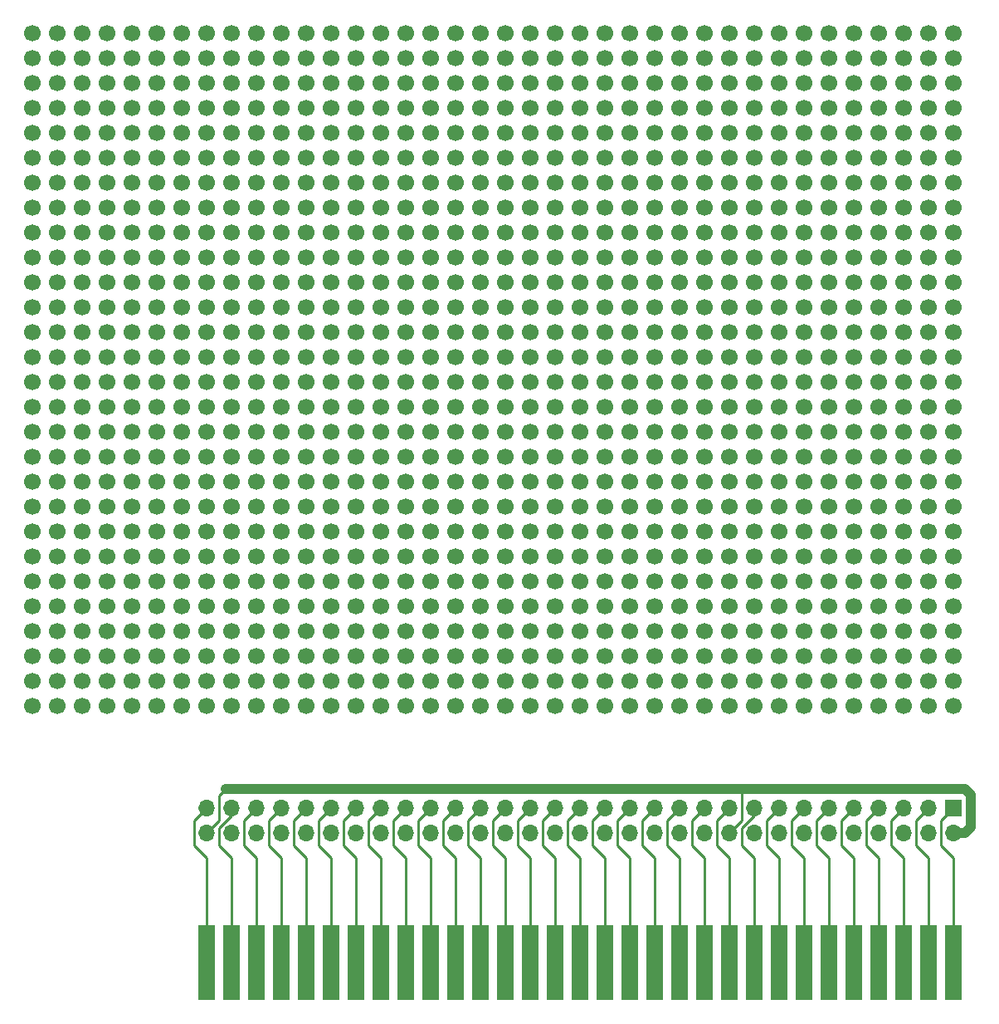
<source format=gbr>
G04 #@! TF.GenerationSoftware,KiCad,Pcbnew,8.0.4*
G04 #@! TF.CreationDate,2025-02-18T09:49:29-03:00*
G04 #@! TF.ProjectId,XT Prototype Board,58542050-726f-4746-9f74-79706520426f,rev?*
G04 #@! TF.SameCoordinates,Original*
G04 #@! TF.FileFunction,Copper,L1,Top*
G04 #@! TF.FilePolarity,Positive*
%FSLAX46Y46*%
G04 Gerber Fmt 4.6, Leading zero omitted, Abs format (unit mm)*
G04 Created by KiCad (PCBNEW 8.0.4) date 2025-02-18 09:49:29*
%MOMM*%
%LPD*%
G01*
G04 APERTURE LIST*
G04 #@! TA.AperFunction,ConnectorPad*
%ADD10R,1.778000X7.620000*%
G04 #@! TD*
G04 #@! TA.AperFunction,ComponentPad*
%ADD11C,1.700000*%
G04 #@! TD*
G04 #@! TA.AperFunction,ComponentPad*
%ADD12R,1.700000X1.700000*%
G04 #@! TD*
G04 #@! TA.AperFunction,ComponentPad*
%ADD13O,1.700000X1.700000*%
G04 #@! TD*
G04 #@! TA.AperFunction,Conductor*
%ADD14C,0.254000*%
G04 #@! TD*
G04 #@! TA.AperFunction,Conductor*
%ADD15C,1.000000*%
G04 #@! TD*
G04 APERTURE END LIST*
D10*
X153035000Y-135255000D03*
X150495000Y-135255000D03*
X147955000Y-135255000D03*
X145415000Y-135255000D03*
X142875000Y-135255000D03*
X140335000Y-135255000D03*
X137795000Y-135255000D03*
X135255000Y-135255000D03*
X132715000Y-135255000D03*
X130175000Y-135255000D03*
X127635000Y-135255000D03*
X125095000Y-135255000D03*
X122555000Y-135255000D03*
X120015000Y-135255000D03*
X117475000Y-135255000D03*
X114935000Y-135255000D03*
X112395000Y-135255000D03*
X109855000Y-135255000D03*
X107315000Y-135255000D03*
X104775000Y-135255000D03*
X102235000Y-135255000D03*
X99695000Y-135255000D03*
X97155000Y-135255000D03*
X94615000Y-135255000D03*
X92075000Y-135255000D03*
X89535000Y-135255000D03*
X86995000Y-135255000D03*
X84455000Y-135255000D03*
X81915000Y-135255000D03*
X79375000Y-135255000D03*
X76835000Y-135255000D03*
D11*
X59029600Y-40513000D03*
X59029600Y-45593000D03*
X59029600Y-50673000D03*
X59029600Y-55753000D03*
X59029600Y-60833000D03*
X59029600Y-65913000D03*
X59029600Y-70993000D03*
X59029600Y-76073000D03*
X59029600Y-81153000D03*
X59029600Y-86233000D03*
X59029600Y-91313000D03*
X59029600Y-96393000D03*
X59029600Y-101473000D03*
X59029600Y-106553000D03*
X59039974Y-43053000D03*
X59039974Y-48133000D03*
X59039974Y-53213000D03*
X59039974Y-58293000D03*
X59039974Y-63373000D03*
X59039974Y-68453000D03*
X59039974Y-73533000D03*
X59039974Y-78613000D03*
X59039974Y-83693000D03*
X59039974Y-88773000D03*
X59039974Y-93853000D03*
X59039974Y-98933000D03*
X59039974Y-104013000D03*
X59039974Y-109093000D03*
X61569600Y-40513000D03*
X61569600Y-45593000D03*
X61569600Y-50673000D03*
X61569600Y-55753000D03*
X61569600Y-60833000D03*
X61569600Y-65913000D03*
X61569600Y-70993000D03*
X61569600Y-76073000D03*
X61569600Y-81153000D03*
X61569600Y-86233000D03*
X61569600Y-91313000D03*
X61569600Y-96393000D03*
X61569600Y-101473000D03*
X61569600Y-106553000D03*
X61579974Y-43053000D03*
X61579974Y-48133000D03*
X61579974Y-53213000D03*
X61579974Y-58293000D03*
X61579974Y-63373000D03*
X61579974Y-68453000D03*
X61579974Y-73533000D03*
X61579974Y-78613000D03*
X61579974Y-83693000D03*
X61579974Y-88773000D03*
X61579974Y-93853000D03*
X61579974Y-98933000D03*
X61579974Y-104013000D03*
X61579974Y-109093000D03*
X64109600Y-40513000D03*
X64109600Y-45593000D03*
X64109600Y-50673000D03*
X64109600Y-55753000D03*
X64109600Y-60833000D03*
X64109600Y-65913000D03*
X64109600Y-70993000D03*
X64109600Y-76073000D03*
X64109600Y-81153000D03*
X64109600Y-86233000D03*
X64109600Y-91313000D03*
X64109600Y-96393000D03*
X64109600Y-101473000D03*
X64109600Y-106553000D03*
X64119974Y-43053000D03*
X64119974Y-48133000D03*
X64119974Y-53213000D03*
X64119974Y-58293000D03*
X64119974Y-63373000D03*
X64119974Y-68453000D03*
X64119974Y-73533000D03*
X64119974Y-78613000D03*
X64119974Y-83693000D03*
X64119974Y-88773000D03*
X64119974Y-93853000D03*
X64119974Y-98933000D03*
X64119974Y-104013000D03*
X64119974Y-109093000D03*
X66649600Y-40513000D03*
X66649600Y-45593000D03*
X66649600Y-50673000D03*
X66649600Y-55753000D03*
X66649600Y-60833000D03*
X66649600Y-65913000D03*
X66649600Y-70993000D03*
X66649600Y-76073000D03*
X66649600Y-81153000D03*
X66649600Y-86233000D03*
X66649600Y-91313000D03*
X66649600Y-96393000D03*
X66649600Y-101473000D03*
X66649600Y-106553000D03*
X66659974Y-43053000D03*
X66659974Y-48133000D03*
X66659974Y-53213000D03*
X66659974Y-58293000D03*
X66659974Y-63373000D03*
X66659974Y-68453000D03*
X66659974Y-73533000D03*
X66659974Y-78613000D03*
X66659974Y-83693000D03*
X66659974Y-88773000D03*
X66659974Y-93853000D03*
X66659974Y-98933000D03*
X66659974Y-104013000D03*
X66659974Y-109093000D03*
X69189600Y-40513000D03*
X69189600Y-45593000D03*
X69189600Y-50673000D03*
X69189600Y-55753000D03*
X69189600Y-60833000D03*
X69189600Y-65913000D03*
X69189600Y-70993000D03*
X69189600Y-76073000D03*
X69189600Y-81153000D03*
X69189600Y-86233000D03*
X69189600Y-91313000D03*
X69189600Y-96393000D03*
X69189600Y-101473000D03*
X69189600Y-106553000D03*
X69199974Y-43053000D03*
X69199974Y-48133000D03*
X69199974Y-53213000D03*
X69199974Y-58293000D03*
X69199974Y-63373000D03*
X69199974Y-68453000D03*
X69199974Y-73533000D03*
X69199974Y-78613000D03*
X69199974Y-83693000D03*
X69199974Y-88773000D03*
X69199974Y-93853000D03*
X69199974Y-98933000D03*
X69199974Y-104013000D03*
X69199974Y-109093000D03*
X71729600Y-40513000D03*
X71729600Y-45593000D03*
X71729600Y-50673000D03*
X71729600Y-55753000D03*
X71729600Y-60833000D03*
X71729600Y-65913000D03*
X71729600Y-70993000D03*
X71729600Y-76073000D03*
X71729600Y-81153000D03*
X71729600Y-86233000D03*
X71729600Y-91313000D03*
X71729600Y-96393000D03*
X71729600Y-101473000D03*
X71729600Y-106553000D03*
X71739974Y-43053000D03*
X71739974Y-48133000D03*
X71739974Y-53213000D03*
X71739974Y-58293000D03*
X71739974Y-63373000D03*
X71739974Y-68453000D03*
X71739974Y-73533000D03*
X71739974Y-78613000D03*
X71739974Y-83693000D03*
X71739974Y-88773000D03*
X71739974Y-93853000D03*
X71739974Y-98933000D03*
X71739974Y-104013000D03*
X71739974Y-109093000D03*
X74269600Y-40513000D03*
X74269600Y-45593000D03*
X74269600Y-50673000D03*
X74269600Y-55753000D03*
X74269600Y-60833000D03*
X74269600Y-65913000D03*
X74269600Y-70993000D03*
X74269600Y-76073000D03*
X74269600Y-81153000D03*
X74269600Y-86233000D03*
X74269600Y-91313000D03*
X74269600Y-96393000D03*
X74269600Y-101473000D03*
X74269600Y-106553000D03*
X74279974Y-43053000D03*
X74279974Y-48133000D03*
X74279974Y-53213000D03*
X74279974Y-58293000D03*
X74279974Y-63373000D03*
X74279974Y-68453000D03*
X74279974Y-73533000D03*
X74279974Y-78613000D03*
X74279974Y-83693000D03*
X74279974Y-88773000D03*
X74279974Y-93853000D03*
X74279974Y-98933000D03*
X74279974Y-104013000D03*
X74279974Y-109093000D03*
X76809600Y-40513000D03*
X76809600Y-45593000D03*
X76809600Y-50673000D03*
X76809600Y-55753000D03*
X76809600Y-60833000D03*
X76809600Y-65913000D03*
X76809600Y-70993000D03*
X76809600Y-76073000D03*
X76809600Y-81153000D03*
X76809600Y-86233000D03*
X76809600Y-91313000D03*
X76809600Y-96393000D03*
X76809600Y-101473000D03*
X76809600Y-106553000D03*
X76819974Y-43053000D03*
X76819974Y-48133000D03*
X76819974Y-53213000D03*
X76819974Y-58293000D03*
X76819974Y-63373000D03*
X76819974Y-68453000D03*
X76819974Y-73533000D03*
X76819974Y-78613000D03*
X76819974Y-83693000D03*
X76819974Y-88773000D03*
X76819974Y-93853000D03*
X76819974Y-98933000D03*
X76819974Y-104013000D03*
X76819974Y-109093000D03*
X79349600Y-40513000D03*
X79349600Y-45593000D03*
X79349600Y-50673000D03*
X79349600Y-55753000D03*
X79349600Y-60833000D03*
X79349600Y-65913000D03*
X79349600Y-70993000D03*
X79349600Y-76073000D03*
X79349600Y-81153000D03*
X79349600Y-86233000D03*
X79349600Y-91313000D03*
X79349600Y-96393000D03*
X79349600Y-101473000D03*
X79349600Y-106553000D03*
X79359974Y-43053000D03*
X79359974Y-48133000D03*
X79359974Y-53213000D03*
X79359974Y-58293000D03*
X79359974Y-63373000D03*
X79359974Y-68453000D03*
X79359974Y-73533000D03*
X79359974Y-78613000D03*
X79359974Y-83693000D03*
X79359974Y-88773000D03*
X79359974Y-93853000D03*
X79359974Y-98933000D03*
X79359974Y-104013000D03*
X79359974Y-109093000D03*
X81889600Y-40513000D03*
X81889600Y-45593000D03*
X81889600Y-50673000D03*
X81889600Y-55753000D03*
X81889600Y-60833000D03*
X81889600Y-65913000D03*
X81889600Y-70993000D03*
X81889600Y-76073000D03*
X81889600Y-81153000D03*
X81889600Y-86233000D03*
X81889600Y-91313000D03*
X81889600Y-96393000D03*
X81889600Y-101473000D03*
X81889600Y-106553000D03*
X81899974Y-43053000D03*
X81899974Y-48133000D03*
X81899974Y-53213000D03*
X81899974Y-58293000D03*
X81899974Y-63373000D03*
X81899974Y-68453000D03*
X81899974Y-73533000D03*
X81899974Y-78613000D03*
X81899974Y-83693000D03*
X81899974Y-88773000D03*
X81899974Y-93853000D03*
X81899974Y-98933000D03*
X81899974Y-104013000D03*
X81899974Y-109093000D03*
X84429600Y-40513000D03*
X84429600Y-45593000D03*
X84429600Y-50673000D03*
X84429600Y-55753000D03*
X84429600Y-60833000D03*
X84429600Y-65913000D03*
X84429600Y-70993000D03*
X84429600Y-76073000D03*
X84429600Y-81153000D03*
X84429600Y-86233000D03*
X84429600Y-91313000D03*
X84429600Y-96393000D03*
X84429600Y-101473000D03*
X84429600Y-106553000D03*
X84439974Y-43053000D03*
X84439974Y-48133000D03*
X84439974Y-53213000D03*
X84439974Y-58293000D03*
X84439974Y-63373000D03*
X84439974Y-68453000D03*
X84439974Y-73533000D03*
X84439974Y-78613000D03*
X84439974Y-83693000D03*
X84439974Y-88773000D03*
X84439974Y-93853000D03*
X84439974Y-98933000D03*
X84439974Y-104013000D03*
X84439974Y-109093000D03*
X86969600Y-40513000D03*
X86969600Y-45593000D03*
X86969600Y-50673000D03*
X86969600Y-55753000D03*
X86969600Y-60833000D03*
X86969600Y-65913000D03*
X86969600Y-70993000D03*
X86969600Y-76073000D03*
X86969600Y-81153000D03*
X86969600Y-86233000D03*
X86969600Y-91313000D03*
X86969600Y-96393000D03*
X86969600Y-101473000D03*
X86969600Y-106553000D03*
X86979974Y-43053000D03*
X86979974Y-48133000D03*
X86979974Y-53213000D03*
X86979974Y-58293000D03*
X86979974Y-63373000D03*
X86979974Y-68453000D03*
X86979974Y-73533000D03*
X86979974Y-78613000D03*
X86979974Y-83693000D03*
X86979974Y-88773000D03*
X86979974Y-93853000D03*
X86979974Y-98933000D03*
X86979974Y-104013000D03*
X86979974Y-109093000D03*
X89509600Y-40513000D03*
X89509600Y-45593000D03*
X89509600Y-50673000D03*
X89509600Y-55753000D03*
X89509600Y-60833000D03*
X89509600Y-65913000D03*
X89509600Y-70993000D03*
X89509600Y-76073000D03*
X89509600Y-81153000D03*
X89509600Y-86233000D03*
X89509600Y-91313000D03*
X89509600Y-96393000D03*
X89509600Y-101473000D03*
X89509600Y-106553000D03*
X89519974Y-43053000D03*
X89519974Y-48133000D03*
X89519974Y-53213000D03*
X89519974Y-58293000D03*
X89519974Y-63373000D03*
X89519974Y-68453000D03*
X89519974Y-73533000D03*
X89519974Y-78613000D03*
X89519974Y-83693000D03*
X89519974Y-88773000D03*
X89519974Y-93853000D03*
X89519974Y-98933000D03*
X89519974Y-104013000D03*
X89519974Y-109093000D03*
X92049600Y-40513000D03*
X92049600Y-45593000D03*
X92049600Y-50673000D03*
X92049600Y-55753000D03*
X92049600Y-60833000D03*
X92049600Y-65913000D03*
X92049600Y-70993000D03*
X92049600Y-76073000D03*
X92049600Y-81153000D03*
X92049600Y-86233000D03*
X92049600Y-91313000D03*
X92049600Y-96393000D03*
X92049600Y-101473000D03*
X92049600Y-106553000D03*
X92059974Y-43053000D03*
X92059974Y-48133000D03*
X92059974Y-53213000D03*
X92059974Y-58293000D03*
X92059974Y-63373000D03*
X92059974Y-68453000D03*
X92059974Y-73533000D03*
X92059974Y-78613000D03*
X92059974Y-83693000D03*
X92059974Y-88773000D03*
X92059974Y-93853000D03*
X92059974Y-98933000D03*
X92059974Y-104013000D03*
X92059974Y-109093000D03*
X94589600Y-40513000D03*
X94589600Y-45593000D03*
X94589600Y-50673000D03*
X94589600Y-55753000D03*
X94589600Y-60833000D03*
X94589600Y-65913000D03*
X94589600Y-70993000D03*
X94589600Y-76073000D03*
X94589600Y-81153000D03*
X94589600Y-86233000D03*
X94589600Y-91313000D03*
X94589600Y-96393000D03*
X94589600Y-101473000D03*
X94589600Y-106553000D03*
X94599974Y-43053000D03*
X94599974Y-48133000D03*
X94599974Y-53213000D03*
X94599974Y-58293000D03*
X94599974Y-63373000D03*
X94599974Y-68453000D03*
X94599974Y-73533000D03*
X94599974Y-78613000D03*
X94599974Y-83693000D03*
X94599974Y-88773000D03*
X94599974Y-93853000D03*
X94599974Y-98933000D03*
X94599974Y-104013000D03*
X94599974Y-109093000D03*
X97129600Y-40513000D03*
X97129600Y-45593000D03*
X97129600Y-50673000D03*
X97129600Y-55753000D03*
X97129600Y-60833000D03*
X97129600Y-65913000D03*
X97129600Y-70993000D03*
X97129600Y-76073000D03*
X97129600Y-81153000D03*
X97129600Y-86233000D03*
X97129600Y-91313000D03*
X97129600Y-96393000D03*
X97129600Y-101473000D03*
X97129600Y-106553000D03*
X97139974Y-43053000D03*
X97139974Y-48133000D03*
X97139974Y-53213000D03*
X97139974Y-58293000D03*
X97139974Y-63373000D03*
X97139974Y-68453000D03*
X97139974Y-73533000D03*
X97139974Y-78613000D03*
X97139974Y-83693000D03*
X97139974Y-88773000D03*
X97139974Y-93853000D03*
X97139974Y-98933000D03*
X97139974Y-104013000D03*
X97139974Y-109093000D03*
X99669600Y-40513000D03*
X99669600Y-45593000D03*
X99669600Y-50673000D03*
X99669600Y-55753000D03*
X99669600Y-60833000D03*
X99669600Y-65913000D03*
X99669600Y-70993000D03*
X99669600Y-76073000D03*
X99669600Y-81153000D03*
X99669600Y-86233000D03*
X99669600Y-91313000D03*
X99669600Y-96393000D03*
X99669600Y-101473000D03*
X99669600Y-106553000D03*
X99679974Y-43053000D03*
X99679974Y-48133000D03*
X99679974Y-53213000D03*
X99679974Y-58293000D03*
X99679974Y-63373000D03*
X99679974Y-68453000D03*
X99679974Y-73533000D03*
X99679974Y-78613000D03*
X99679974Y-83693000D03*
X99679974Y-88773000D03*
X99679974Y-93853000D03*
X99679974Y-98933000D03*
X99679974Y-104013000D03*
X99679974Y-109093000D03*
X102209600Y-40513000D03*
X102209600Y-45593000D03*
X102209600Y-50673000D03*
X102209600Y-55753000D03*
X102209600Y-60833000D03*
X102209600Y-65913000D03*
X102209600Y-70993000D03*
X102209600Y-76073000D03*
X102209600Y-81153000D03*
X102209600Y-86233000D03*
X102209600Y-91313000D03*
X102209600Y-96393000D03*
X102209600Y-101473000D03*
X102209600Y-106553000D03*
X102219974Y-43053000D03*
X102219974Y-48133000D03*
X102219974Y-53213000D03*
X102219974Y-58293000D03*
X102219974Y-63373000D03*
X102219974Y-68453000D03*
X102219974Y-73533000D03*
X102219974Y-78613000D03*
X102219974Y-83693000D03*
X102219974Y-88773000D03*
X102219974Y-93853000D03*
X102219974Y-98933000D03*
X102219974Y-104013000D03*
X102219974Y-109093000D03*
X104749600Y-40513000D03*
X104749600Y-45593000D03*
X104749600Y-50673000D03*
X104749600Y-55753000D03*
X104749600Y-60833000D03*
X104749600Y-65913000D03*
X104749600Y-70993000D03*
X104749600Y-76073000D03*
X104749600Y-81153000D03*
X104749600Y-86233000D03*
X104749600Y-91313000D03*
X104749600Y-96393000D03*
X104749600Y-101473000D03*
X104749600Y-106553000D03*
X104759974Y-43053000D03*
X104759974Y-48133000D03*
X104759974Y-53213000D03*
X104759974Y-58293000D03*
X104759974Y-63373000D03*
X104759974Y-68453000D03*
X104759974Y-73533000D03*
X104759974Y-78613000D03*
X104759974Y-83693000D03*
X104759974Y-88773000D03*
X104759974Y-93853000D03*
X104759974Y-98933000D03*
X104759974Y-104013000D03*
X104759974Y-109093000D03*
X107289600Y-40513000D03*
X107289600Y-45593000D03*
X107289600Y-50673000D03*
X107289600Y-55753000D03*
X107289600Y-60833000D03*
X107289600Y-65913000D03*
X107289600Y-70993000D03*
X107289600Y-76073000D03*
X107289600Y-81153000D03*
X107289600Y-86233000D03*
X107289600Y-91313000D03*
X107289600Y-96393000D03*
X107289600Y-101473000D03*
X107289600Y-106553000D03*
X107299974Y-43053000D03*
X107299974Y-48133000D03*
X107299974Y-53213000D03*
X107299974Y-58293000D03*
X107299974Y-63373000D03*
X107299974Y-68453000D03*
X107299974Y-73533000D03*
X107299974Y-78613000D03*
X107299974Y-83693000D03*
X107299974Y-88773000D03*
X107299974Y-93853000D03*
X107299974Y-98933000D03*
X107299974Y-104013000D03*
X107299974Y-109093000D03*
X109829600Y-40513000D03*
X109829600Y-45593000D03*
X109829600Y-50673000D03*
X109829600Y-55753000D03*
X109829600Y-60833000D03*
X109829600Y-65913000D03*
X109829600Y-70993000D03*
X109829600Y-76073000D03*
X109829600Y-81153000D03*
X109829600Y-86233000D03*
X109829600Y-91313000D03*
X109829600Y-96393000D03*
X109829600Y-101473000D03*
X109829600Y-106553000D03*
X109839974Y-43053000D03*
X109839974Y-48133000D03*
X109839974Y-53213000D03*
X109839974Y-58293000D03*
X109839974Y-63373000D03*
X109839974Y-68453000D03*
X109839974Y-73533000D03*
X109839974Y-78613000D03*
X109839974Y-83693000D03*
X109839974Y-88773000D03*
X109839974Y-93853000D03*
X109839974Y-98933000D03*
X109839974Y-104013000D03*
X109839974Y-109093000D03*
X112369600Y-40513000D03*
X112369600Y-45593000D03*
X112369600Y-50673000D03*
X112369600Y-55753000D03*
X112369600Y-60833000D03*
X112369600Y-65913000D03*
X112369600Y-70993000D03*
X112369600Y-76073000D03*
X112369600Y-81153000D03*
X112369600Y-86233000D03*
X112369600Y-91313000D03*
X112369600Y-96393000D03*
X112369600Y-101473000D03*
X112369600Y-106553000D03*
X112379974Y-43053000D03*
X112379974Y-48133000D03*
X112379974Y-53213000D03*
X112379974Y-58293000D03*
X112379974Y-63373000D03*
X112379974Y-68453000D03*
X112379974Y-73533000D03*
X112379974Y-78613000D03*
X112379974Y-83693000D03*
X112379974Y-88773000D03*
X112379974Y-93853000D03*
X112379974Y-98933000D03*
X112379974Y-104013000D03*
X112379974Y-109093000D03*
X114909600Y-40513000D03*
X114909600Y-45593000D03*
X114909600Y-50673000D03*
X114909600Y-55753000D03*
X114909600Y-60833000D03*
X114909600Y-65913000D03*
X114909600Y-70993000D03*
X114909600Y-76073000D03*
X114909600Y-81153000D03*
X114909600Y-86233000D03*
X114909600Y-91313000D03*
X114909600Y-96393000D03*
X114909600Y-101473000D03*
X114909600Y-106553000D03*
X114919974Y-43053000D03*
X114919974Y-48133000D03*
X114919974Y-53213000D03*
X114919974Y-58293000D03*
X114919974Y-63373000D03*
X114919974Y-68453000D03*
X114919974Y-73533000D03*
X114919974Y-78613000D03*
X114919974Y-83693000D03*
X114919974Y-88773000D03*
X114919974Y-93853000D03*
X114919974Y-98933000D03*
X114919974Y-104013000D03*
X114919974Y-109093000D03*
X117449600Y-40513000D03*
X117449600Y-45593000D03*
X117449600Y-50673000D03*
X117449600Y-55753000D03*
X117449600Y-60833000D03*
X117449600Y-65913000D03*
X117449600Y-70993000D03*
X117449600Y-76073000D03*
X117449600Y-81153000D03*
X117449600Y-86233000D03*
X117449600Y-91313000D03*
X117449600Y-96393000D03*
X117449600Y-101473000D03*
X117449600Y-106553000D03*
X117459974Y-43053000D03*
X117459974Y-48133000D03*
X117459974Y-53213000D03*
X117459974Y-58293000D03*
X117459974Y-63373000D03*
X117459974Y-68453000D03*
X117459974Y-73533000D03*
X117459974Y-78613000D03*
X117459974Y-83693000D03*
X117459974Y-88773000D03*
X117459974Y-93853000D03*
X117459974Y-98933000D03*
X117459974Y-104013000D03*
X117459974Y-109093000D03*
X119989600Y-40513000D03*
X119989600Y-45593000D03*
X119989600Y-50673000D03*
X119989600Y-55753000D03*
X119989600Y-60833000D03*
X119989600Y-65913000D03*
X119989600Y-70993000D03*
X119989600Y-76073000D03*
X119989600Y-81153000D03*
X119989600Y-86233000D03*
X119989600Y-91313000D03*
X119989600Y-96393000D03*
X119989600Y-101473000D03*
X119989600Y-106553000D03*
X119999974Y-43053000D03*
X119999974Y-48133000D03*
X119999974Y-53213000D03*
X119999974Y-58293000D03*
X119999974Y-63373000D03*
X119999974Y-68453000D03*
X119999974Y-73533000D03*
X119999974Y-78613000D03*
X119999974Y-83693000D03*
X119999974Y-88773000D03*
X119999974Y-93853000D03*
X119999974Y-98933000D03*
X119999974Y-104013000D03*
X119999974Y-109093000D03*
X122529600Y-40513000D03*
X122529600Y-45593000D03*
X122529600Y-50673000D03*
X122529600Y-55753000D03*
X122529600Y-60833000D03*
X122529600Y-65913000D03*
X122529600Y-70993000D03*
X122529600Y-76073000D03*
X122529600Y-81153000D03*
X122529600Y-86233000D03*
X122529600Y-91313000D03*
X122529600Y-96393000D03*
X122529600Y-101473000D03*
X122529600Y-106553000D03*
X122539974Y-43053000D03*
X122539974Y-48133000D03*
X122539974Y-53213000D03*
X122539974Y-58293000D03*
X122539974Y-63373000D03*
X122539974Y-68453000D03*
X122539974Y-73533000D03*
X122539974Y-78613000D03*
X122539974Y-83693000D03*
X122539974Y-88773000D03*
X122539974Y-93853000D03*
X122539974Y-98933000D03*
X122539974Y-104013000D03*
X122539974Y-109093000D03*
X125069600Y-40513000D03*
X125069600Y-45593000D03*
X125069600Y-50673000D03*
X125069600Y-55753000D03*
X125069600Y-60833000D03*
X125069600Y-65913000D03*
X125069600Y-70993000D03*
X125069600Y-76073000D03*
X125069600Y-81153000D03*
X125069600Y-86233000D03*
X125069600Y-91313000D03*
X125069600Y-96393000D03*
X125069600Y-101473000D03*
X125069600Y-106553000D03*
X125079974Y-43053000D03*
X125079974Y-48133000D03*
X125079974Y-53213000D03*
X125079974Y-58293000D03*
X125079974Y-63373000D03*
X125079974Y-68453000D03*
X125079974Y-73533000D03*
X125079974Y-78613000D03*
X125079974Y-83693000D03*
X125079974Y-88773000D03*
X125079974Y-93853000D03*
X125079974Y-98933000D03*
X125079974Y-104013000D03*
X125079974Y-109093000D03*
X127609600Y-40513000D03*
X127609600Y-45593000D03*
X127609600Y-50673000D03*
X127609600Y-55753000D03*
X127609600Y-60833000D03*
X127609600Y-65913000D03*
X127609600Y-70993000D03*
X127609600Y-76073000D03*
X127609600Y-81153000D03*
X127609600Y-86233000D03*
X127609600Y-91313000D03*
X127609600Y-96393000D03*
X127609600Y-101473000D03*
X127609600Y-106553000D03*
X127619974Y-43053000D03*
X127619974Y-48133000D03*
X127619974Y-53213000D03*
X127619974Y-58293000D03*
X127619974Y-63373000D03*
X127619974Y-68453000D03*
X127619974Y-73533000D03*
X127619974Y-78613000D03*
X127619974Y-83693000D03*
X127619974Y-88773000D03*
X127619974Y-93853000D03*
X127619974Y-98933000D03*
X127619974Y-104013000D03*
X127619974Y-109093000D03*
X130149600Y-40513000D03*
X130149600Y-45593000D03*
X130149600Y-50673000D03*
X130149600Y-55753000D03*
X130149600Y-60833000D03*
X130149600Y-65913000D03*
X130149600Y-70993000D03*
X130149600Y-76073000D03*
X130149600Y-81153000D03*
X130149600Y-86233000D03*
X130149600Y-91313000D03*
X130149600Y-96393000D03*
X130149600Y-101473000D03*
X130149600Y-106553000D03*
X130159974Y-43053000D03*
X130159974Y-48133000D03*
X130159974Y-53213000D03*
X130159974Y-58293000D03*
X130159974Y-63373000D03*
X130159974Y-68453000D03*
X130159974Y-73533000D03*
X130159974Y-78613000D03*
X130159974Y-83693000D03*
X130159974Y-88773000D03*
X130159974Y-93853000D03*
X130159974Y-98933000D03*
X130159974Y-104013000D03*
X130159974Y-109093000D03*
X132689600Y-40513000D03*
X132689600Y-45593000D03*
X132689600Y-50673000D03*
X132689600Y-55753000D03*
X132689600Y-60833000D03*
X132689600Y-65913000D03*
X132689600Y-70993000D03*
X132689600Y-76073000D03*
X132689600Y-81153000D03*
X132689600Y-86233000D03*
X132689600Y-91313000D03*
X132689600Y-96393000D03*
X132689600Y-101473000D03*
X132689600Y-106553000D03*
X132699974Y-43053000D03*
X132699974Y-48133000D03*
X132699974Y-53213000D03*
X132699974Y-58293000D03*
X132699974Y-63373000D03*
X132699974Y-68453000D03*
X132699974Y-73533000D03*
X132699974Y-78613000D03*
X132699974Y-83693000D03*
X132699974Y-88773000D03*
X132699974Y-93853000D03*
X132699974Y-98933000D03*
X132699974Y-104013000D03*
X132699974Y-109093000D03*
X135229600Y-40513000D03*
X135229600Y-45593000D03*
X135229600Y-50673000D03*
X135229600Y-55753000D03*
X135229600Y-60833000D03*
X135229600Y-65913000D03*
X135229600Y-70993000D03*
X135229600Y-76073000D03*
X135229600Y-81153000D03*
X135229600Y-86233000D03*
X135229600Y-91313000D03*
X135229600Y-96393000D03*
X135229600Y-101473000D03*
X135229600Y-106553000D03*
X135239974Y-43053000D03*
X135239974Y-48133000D03*
X135239974Y-53213000D03*
X135239974Y-58293000D03*
X135239974Y-63373000D03*
X135239974Y-68453000D03*
X135239974Y-73533000D03*
X135239974Y-78613000D03*
X135239974Y-83693000D03*
X135239974Y-88773000D03*
X135239974Y-93853000D03*
X135239974Y-98933000D03*
X135239974Y-104013000D03*
X135239974Y-109093000D03*
X137769600Y-40513000D03*
X137769600Y-45593000D03*
X137769600Y-50673000D03*
X137769600Y-55753000D03*
X137769600Y-60833000D03*
X137769600Y-65913000D03*
X137769600Y-70993000D03*
X137769600Y-76073000D03*
X137769600Y-81153000D03*
X137769600Y-86233000D03*
X137769600Y-91313000D03*
X137769600Y-96393000D03*
X137769600Y-101473000D03*
X137769600Y-106553000D03*
X137779974Y-43053000D03*
X137779974Y-48133000D03*
X137779974Y-53213000D03*
X137779974Y-58293000D03*
X137779974Y-63373000D03*
X137779974Y-68453000D03*
X137779974Y-73533000D03*
X137779974Y-78613000D03*
X137779974Y-83693000D03*
X137779974Y-88773000D03*
X137779974Y-93853000D03*
X137779974Y-98933000D03*
X137779974Y-104013000D03*
X137779974Y-109093000D03*
X140309600Y-40513000D03*
X140309600Y-45593000D03*
X140309600Y-50673000D03*
X140309600Y-55753000D03*
X140309600Y-60833000D03*
X140309600Y-65913000D03*
X140309600Y-70993000D03*
X140309600Y-76073000D03*
X140309600Y-81153000D03*
X140309600Y-86233000D03*
X140309600Y-91313000D03*
X140309600Y-96393000D03*
X140309600Y-101473000D03*
X140309600Y-106553000D03*
X140319974Y-43053000D03*
X140319974Y-48133000D03*
X140319974Y-53213000D03*
X140319974Y-58293000D03*
X140319974Y-63373000D03*
X140319974Y-68453000D03*
X140319974Y-73533000D03*
X140319974Y-78613000D03*
X140319974Y-83693000D03*
X140319974Y-88773000D03*
X140319974Y-93853000D03*
X140319974Y-98933000D03*
X140319974Y-104013000D03*
X140319974Y-109093000D03*
X142849600Y-40513000D03*
X142849600Y-45593000D03*
X142849600Y-50673000D03*
X142849600Y-55753000D03*
X142849600Y-60833000D03*
X142849600Y-65913000D03*
X142849600Y-70993000D03*
X142849600Y-76073000D03*
X142849600Y-81153000D03*
X142849600Y-86233000D03*
X142849600Y-91313000D03*
X142849600Y-96393000D03*
X142849600Y-101473000D03*
X142849600Y-106553000D03*
X142859974Y-43053000D03*
X142859974Y-48133000D03*
X142859974Y-53213000D03*
X142859974Y-58293000D03*
X142859974Y-63373000D03*
X142859974Y-68453000D03*
X142859974Y-73533000D03*
X142859974Y-78613000D03*
X142859974Y-83693000D03*
X142859974Y-88773000D03*
X142859974Y-93853000D03*
X142859974Y-98933000D03*
X142859974Y-104013000D03*
X142859974Y-109093000D03*
X145389600Y-40513000D03*
X145389600Y-45593000D03*
X145389600Y-50673000D03*
X145389600Y-55753000D03*
X145389600Y-60833000D03*
X145389600Y-65913000D03*
X145389600Y-70993000D03*
X145389600Y-76073000D03*
X145389600Y-81153000D03*
X145389600Y-86233000D03*
X145389600Y-91313000D03*
X145389600Y-96393000D03*
X145389600Y-101473000D03*
X145389600Y-106553000D03*
X145399974Y-43053000D03*
X145399974Y-48133000D03*
X145399974Y-53213000D03*
X145399974Y-58293000D03*
X145399974Y-63373000D03*
X145399974Y-68453000D03*
X145399974Y-73533000D03*
X145399974Y-78613000D03*
X145399974Y-83693000D03*
X145399974Y-88773000D03*
X145399974Y-93853000D03*
X145399974Y-98933000D03*
X145399974Y-104013000D03*
X145399974Y-109093000D03*
X147929600Y-40513000D03*
X147929600Y-45593000D03*
X147929600Y-50673000D03*
X147929600Y-55753000D03*
X147929600Y-60833000D03*
X147929600Y-65913000D03*
X147929600Y-70993000D03*
X147929600Y-76073000D03*
X147929600Y-81153000D03*
X147929600Y-86233000D03*
X147929600Y-91313000D03*
X147929600Y-96393000D03*
X147929600Y-101473000D03*
X147929600Y-106553000D03*
X147939974Y-43053000D03*
X147939974Y-48133000D03*
X147939974Y-53213000D03*
X147939974Y-58293000D03*
X147939974Y-63373000D03*
X147939974Y-68453000D03*
X147939974Y-73533000D03*
X147939974Y-78613000D03*
X147939974Y-83693000D03*
X147939974Y-88773000D03*
X147939974Y-93853000D03*
X147939974Y-98933000D03*
X147939974Y-104013000D03*
X147939974Y-109093000D03*
X150469600Y-40513000D03*
X150469600Y-45593000D03*
X150469600Y-50673000D03*
X150469600Y-55753000D03*
X150469600Y-60833000D03*
X150469600Y-65913000D03*
X150469600Y-70993000D03*
X150469600Y-76073000D03*
X150469600Y-81153000D03*
X150469600Y-86233000D03*
X150469600Y-91313000D03*
X150469600Y-96393000D03*
X150469600Y-101473000D03*
X150469600Y-106553000D03*
X150479974Y-43053000D03*
X150479974Y-48133000D03*
X150479974Y-53213000D03*
X150479974Y-58293000D03*
X150479974Y-63373000D03*
X150479974Y-68453000D03*
X150479974Y-73533000D03*
X150479974Y-78613000D03*
X150479974Y-83693000D03*
X150479974Y-88773000D03*
X150479974Y-93853000D03*
X150479974Y-98933000D03*
X150479974Y-104013000D03*
X150479974Y-109093000D03*
X153009600Y-40513000D03*
X153009600Y-45593000D03*
X153009600Y-50673000D03*
X153009600Y-55753000D03*
X153009600Y-60833000D03*
X153009600Y-65913000D03*
X153009600Y-70993000D03*
X153009600Y-76073000D03*
X153009600Y-81153000D03*
X153009600Y-86233000D03*
X153009600Y-91313000D03*
X153009600Y-96393000D03*
X153009600Y-101473000D03*
X153009600Y-106553000D03*
X153019974Y-43053000D03*
X153019974Y-48133000D03*
X153019974Y-53213000D03*
X153019974Y-58293000D03*
X153019974Y-63373000D03*
X153019974Y-68453000D03*
X153019974Y-73533000D03*
X153019974Y-78613000D03*
X153019974Y-83693000D03*
X153019974Y-88773000D03*
X153019974Y-93853000D03*
X153019974Y-98933000D03*
X153019974Y-104013000D03*
X153019974Y-109093000D03*
D12*
X153035000Y-119507000D03*
D13*
X153035000Y-122047000D03*
X150495000Y-119507000D03*
X150495000Y-122047000D03*
X147955000Y-119507000D03*
X147955000Y-122047000D03*
X145415000Y-119507000D03*
X145415000Y-122047000D03*
X142875000Y-119507000D03*
X142875000Y-122047000D03*
X140335000Y-119507000D03*
X140335000Y-122047000D03*
X137795000Y-119507000D03*
X137795000Y-122047000D03*
X135255000Y-119507000D03*
X135255000Y-122047000D03*
X132715000Y-119507000D03*
X132715000Y-122047000D03*
X130175000Y-119507000D03*
X130175000Y-122047000D03*
X127635000Y-119507000D03*
X127635000Y-122047000D03*
X125095000Y-119507000D03*
X125095000Y-122047000D03*
X122555000Y-119507000D03*
X122555000Y-122047000D03*
X120015000Y-119507000D03*
X120015000Y-122047000D03*
X117475000Y-119507000D03*
X117475000Y-122047000D03*
X114935000Y-119507000D03*
X114935000Y-122047000D03*
X112395000Y-119507000D03*
X112395000Y-122047000D03*
X109855000Y-119507000D03*
X109855000Y-122047000D03*
X107315000Y-119507000D03*
X107315000Y-122047000D03*
X104775000Y-119507000D03*
X104775000Y-122047000D03*
X102235000Y-119507000D03*
X102235000Y-122047000D03*
X99695000Y-119507000D03*
X99695000Y-122047000D03*
X97155000Y-119507000D03*
X97155000Y-122047000D03*
X94615000Y-119507000D03*
X94615000Y-122047000D03*
X92075000Y-119507000D03*
X92075000Y-122047000D03*
X89535000Y-119507000D03*
X89535000Y-122047000D03*
X86995000Y-119507000D03*
X86995000Y-122047000D03*
X84455000Y-119507000D03*
X84455000Y-122047000D03*
X81915000Y-119507000D03*
X81915000Y-122047000D03*
X79375000Y-119507000D03*
X79375000Y-122047000D03*
X76835000Y-119507000D03*
X76835000Y-122047000D03*
D14*
X76835000Y-135255000D02*
X76835000Y-124587000D01*
X75565000Y-123317000D02*
X75565000Y-120777000D01*
X76835000Y-124587000D02*
X75565000Y-123317000D01*
X75565000Y-120777000D02*
X76835000Y-119507000D01*
X79375000Y-120269000D02*
X79375000Y-119507000D01*
X79375000Y-135255000D02*
X79375000Y-124587000D01*
X78105000Y-123317000D02*
X78105000Y-121539000D01*
X79375000Y-124587000D02*
X78105000Y-123317000D01*
X78105000Y-121539000D02*
X79375000Y-120269000D01*
X81915000Y-124587000D02*
X80645000Y-123317000D01*
X81915000Y-135255000D02*
X81915000Y-124587000D01*
X80645000Y-120777000D02*
X81915000Y-119507000D01*
X80645000Y-123317000D02*
X80645000Y-120777000D01*
X83185000Y-120777000D02*
X84455000Y-119507000D01*
X84455000Y-124587000D02*
X83185000Y-123317000D01*
X83185000Y-123317000D02*
X83185000Y-120777000D01*
X84455000Y-135255000D02*
X84455000Y-124587000D01*
X85725000Y-120777000D02*
X86995000Y-119507000D01*
X86995000Y-124587000D02*
X85725000Y-123317000D01*
X86995000Y-135255000D02*
X86995000Y-124587000D01*
X85725000Y-123317000D02*
X85725000Y-120777000D01*
X89535000Y-124587000D02*
X88265000Y-123317000D01*
X89535000Y-135255000D02*
X89535000Y-124587000D01*
X88265000Y-123317000D02*
X88265000Y-120777000D01*
X88265000Y-120777000D02*
X89535000Y-119507000D01*
X92075000Y-135255000D02*
X92075000Y-124587000D01*
X90805000Y-120777000D02*
X92075000Y-119507000D01*
X90805000Y-123317000D02*
X90805000Y-120777000D01*
X92075000Y-124587000D02*
X90805000Y-123317000D01*
X93345000Y-123317000D02*
X93345000Y-120777000D01*
X93345000Y-120777000D02*
X94615000Y-119507000D01*
X94615000Y-124587000D02*
X93345000Y-123317000D01*
X94615000Y-135255000D02*
X94615000Y-124587000D01*
X97155000Y-135255000D02*
X97155000Y-124587000D01*
X95885000Y-123317000D02*
X95885000Y-120777000D01*
X95885000Y-120777000D02*
X97155000Y-119507000D01*
X97155000Y-124587000D02*
X95885000Y-123317000D01*
X99695000Y-135255000D02*
X99695000Y-124587000D01*
X99695000Y-124587000D02*
X98425000Y-123317000D01*
X98425000Y-123317000D02*
X98425000Y-120777000D01*
X98425000Y-120777000D02*
X99695000Y-119507000D01*
X100965000Y-123317000D02*
X100965000Y-120777000D01*
X102235000Y-135255000D02*
X102235000Y-124587000D01*
X102235000Y-124587000D02*
X100965000Y-123317000D01*
X100965000Y-120777000D02*
X102235000Y-119507000D01*
X104775000Y-135255000D02*
X104775000Y-124587000D01*
X103505000Y-120777000D02*
X104775000Y-119507000D01*
X103505000Y-123317000D02*
X103505000Y-120777000D01*
X104775000Y-124587000D02*
X103505000Y-123317000D01*
X106045000Y-120777000D02*
X107315000Y-119507000D01*
X106045000Y-123317000D02*
X106045000Y-120777000D01*
X107315000Y-124587000D02*
X106045000Y-123317000D01*
X107315000Y-135255000D02*
X107315000Y-124587000D01*
X109855000Y-124587000D02*
X108585000Y-123317000D01*
X109855000Y-135255000D02*
X109855000Y-124587000D01*
X108585000Y-123317000D02*
X108585000Y-120777000D01*
X108585000Y-120777000D02*
X109855000Y-119507000D01*
X112395000Y-124587000D02*
X111125000Y-123317000D01*
X112395000Y-135255000D02*
X112395000Y-124587000D01*
X111125000Y-123317000D02*
X111125000Y-120777000D01*
X111125000Y-120777000D02*
X112395000Y-119507000D01*
X114935000Y-135255000D02*
X114935000Y-124587000D01*
X114935000Y-124587000D02*
X113665000Y-123317000D01*
X113665000Y-123317000D02*
X113665000Y-120777000D01*
X113665000Y-120777000D02*
X114935000Y-119507000D01*
X117475000Y-124587000D02*
X116205000Y-123317000D01*
X116205000Y-120777000D02*
X117475000Y-119507000D01*
X116205000Y-123317000D02*
X116205000Y-120777000D01*
X117475000Y-135255000D02*
X117475000Y-124587000D01*
X118745000Y-123317000D02*
X118745000Y-120777000D01*
X120015000Y-135255000D02*
X120015000Y-124587000D01*
X120015000Y-124587000D02*
X118745000Y-123317000D01*
X118745000Y-120777000D02*
X120015000Y-119507000D01*
X121285000Y-120777000D02*
X122555000Y-119507000D01*
X122555000Y-124587000D02*
X121285000Y-123317000D01*
X121285000Y-123317000D02*
X121285000Y-120777000D01*
X122555000Y-135255000D02*
X122555000Y-124587000D01*
X123825000Y-123317000D02*
X123825000Y-120777000D01*
X125095000Y-135255000D02*
X125095000Y-124587000D01*
X125095000Y-124587000D02*
X123825000Y-123317000D01*
X123825000Y-120777000D02*
X125095000Y-119507000D01*
X126365000Y-120777000D02*
X127635000Y-119507000D01*
X127635000Y-135255000D02*
X127635000Y-124587000D01*
X126365000Y-123317000D02*
X126365000Y-120777000D01*
X127635000Y-124587000D02*
X126365000Y-123317000D01*
X130175000Y-135255000D02*
X130175000Y-124587000D01*
X128905000Y-123317000D02*
X128905000Y-120777000D01*
X128905000Y-120777000D02*
X130175000Y-119507000D01*
X130175000Y-124587000D02*
X128905000Y-123317000D01*
X131445000Y-121539000D02*
X132715000Y-120269000D01*
X132715000Y-135255000D02*
X132715000Y-124587000D01*
X132715000Y-124587000D02*
X131445000Y-123317000D01*
X132715000Y-120269000D02*
X132715000Y-119507000D01*
X131445000Y-123317000D02*
X131445000Y-121539000D01*
X135255000Y-135255000D02*
X135255000Y-124587000D01*
X135255000Y-124587000D02*
X133985000Y-123317000D01*
X133985000Y-120777000D02*
X135255000Y-119507000D01*
X133985000Y-123317000D02*
X133985000Y-120777000D01*
X137795000Y-124587000D02*
X136525000Y-123317000D01*
X137795000Y-135255000D02*
X137795000Y-124587000D01*
X136525000Y-120777000D02*
X137795000Y-119507000D01*
X136525000Y-123317000D02*
X136525000Y-120777000D01*
X140335000Y-124587000D02*
X139065000Y-123317000D01*
X139065000Y-123317000D02*
X139065000Y-120777000D01*
X139065000Y-120777000D02*
X140335000Y-119507000D01*
X140335000Y-135255000D02*
X140335000Y-124587000D01*
X142875000Y-135255000D02*
X142875000Y-124587000D01*
X141605000Y-123317000D02*
X141605000Y-120777000D01*
X141605000Y-120777000D02*
X142875000Y-119507000D01*
X142875000Y-124587000D02*
X141605000Y-123317000D01*
X145415000Y-124587000D02*
X144145000Y-123317000D01*
X145415000Y-135255000D02*
X145415000Y-124587000D01*
X144145000Y-120777000D02*
X145415000Y-119507000D01*
X144145000Y-123317000D02*
X144145000Y-120777000D01*
X146685000Y-120777000D02*
X147955000Y-119507000D01*
X146685000Y-123317000D02*
X146685000Y-120777000D01*
X147955000Y-135255000D02*
X147955000Y-124587000D01*
X147955000Y-124587000D02*
X146685000Y-123317000D01*
X150495000Y-135255000D02*
X150495000Y-124587000D01*
X149225000Y-120777000D02*
X150495000Y-119507000D01*
X149225000Y-123317000D02*
X149225000Y-120777000D01*
X150495000Y-124587000D02*
X149225000Y-123317000D01*
X151765000Y-120777000D02*
X153035000Y-119507000D01*
X151765000Y-123317000D02*
X151765000Y-120777000D01*
X153035000Y-135255000D02*
X153035000Y-124587000D01*
X153035000Y-124587000D02*
X151765000Y-123317000D01*
D15*
X131445000Y-117602000D02*
X154187202Y-117602000D01*
X78740000Y-117602000D02*
X131445000Y-117602000D01*
D14*
X131445000Y-117602000D02*
X131445000Y-120777000D01*
D15*
X154795990Y-121488091D02*
X154237081Y-122047000D01*
D14*
X78066001Y-118275999D02*
X78740000Y-117602000D01*
D15*
X154795990Y-118210788D02*
X154795990Y-121488091D01*
X154237081Y-122047000D02*
X153035000Y-122047000D01*
D14*
X131445000Y-120777000D02*
X130175000Y-122047000D01*
X76835000Y-122047000D02*
X78066001Y-120815999D01*
D15*
X154187202Y-117602000D02*
X154795990Y-118210788D01*
D14*
X78066001Y-120815999D02*
X78066001Y-118275999D01*
M02*

</source>
